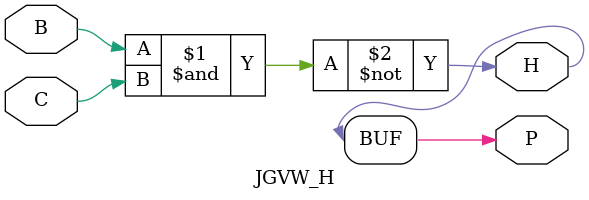
<source format=v>
module JGVW_H ( B, C, P, H );
//              T  T  P  U
  input B, C;
  output P, H;

  // CTDL high speed - two way "AND" PNP two loads: -A
  // Drawing 729870, production drawing 371581

  // Any input up, the transistor is off, the output is down
  // All inputs down, the transistor is on, the output is up
  // Max Delay usec  CTDL
  //  turn on        0.50
  //  turn off       0.80

  assign H = ~(B & C);
  assign P = H;

endmodule

</source>
